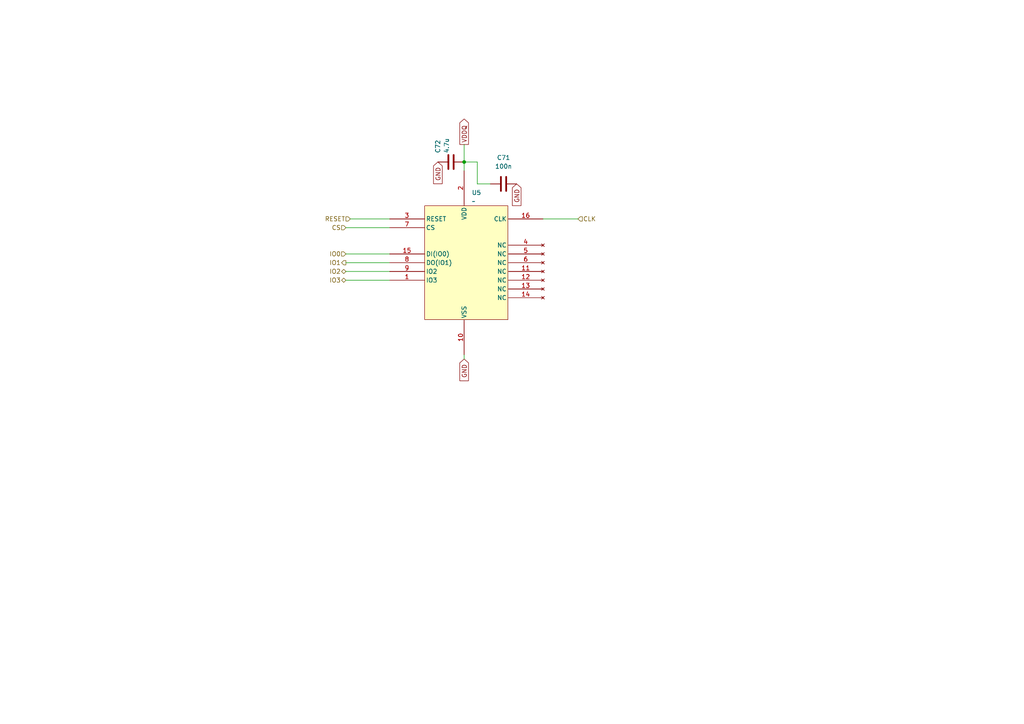
<source format=kicad_sch>
(kicad_sch
	(version 20231120)
	(generator "eeschema")
	(generator_version "8.0")
	(uuid "733b96a6-688f-47e3-88a8-0b94bca78e64")
	(paper "A4")
	(lib_symbols
		(symbol "Device:C"
			(pin_numbers hide)
			(pin_names
				(offset 0.254)
			)
			(exclude_from_sim no)
			(in_bom yes)
			(on_board yes)
			(property "Reference" "C"
				(at 0.635 2.54 0)
				(effects
					(font
						(size 1.27 1.27)
					)
					(justify left)
				)
			)
			(property "Value" "C"
				(at 0.635 -2.54 0)
				(effects
					(font
						(size 1.27 1.27)
					)
					(justify left)
				)
			)
			(property "Footprint" ""
				(at 0.9652 -3.81 0)
				(effects
					(font
						(size 1.27 1.27)
					)
					(hide yes)
				)
			)
			(property "Datasheet" "~"
				(at 0 0 0)
				(effects
					(font
						(size 1.27 1.27)
					)
					(hide yes)
				)
			)
			(property "Description" "Unpolarized capacitor"
				(at 0 0 0)
				(effects
					(font
						(size 1.27 1.27)
					)
					(hide yes)
				)
			)
			(property "ki_keywords" "cap capacitor"
				(at 0 0 0)
				(effects
					(font
						(size 1.27 1.27)
					)
					(hide yes)
				)
			)
			(property "ki_fp_filters" "C_*"
				(at 0 0 0)
				(effects
					(font
						(size 1.27 1.27)
					)
					(hide yes)
				)
			)
			(symbol "C_0_1"
				(polyline
					(pts
						(xy -2.032 -0.762) (xy 2.032 -0.762)
					)
					(stroke
						(width 0.508)
						(type default)
					)
					(fill
						(type none)
					)
				)
				(polyline
					(pts
						(xy -2.032 0.762) (xy 2.032 0.762)
					)
					(stroke
						(width 0.508)
						(type default)
					)
					(fill
						(type none)
					)
				)
			)
			(symbol "C_1_1"
				(pin passive line
					(at 0 3.81 270)
					(length 2.794)
					(name "~"
						(effects
							(font
								(size 1.27 1.27)
							)
						)
					)
					(number "1"
						(effects
							(font
								(size 1.27 1.27)
							)
						)
					)
				)
				(pin passive line
					(at 0 -3.81 90)
					(length 2.794)
					(name "~"
						(effects
							(font
								(size 1.27 1.27)
							)
						)
					)
					(number "2"
						(effects
							(font
								(size 1.27 1.27)
							)
						)
					)
				)
			)
		)
		(symbol "Flash_W25M512JVFIQ TR:W25M512JVFIQ_TR"
			(exclude_from_sim no)
			(in_bom yes)
			(on_board yes)
			(property "Reference" "U"
				(at 13.97 -1.27 0)
				(effects
					(font
						(size 1.27 1.27)
					)
				)
			)
			(property "Value" ""
				(at 13.97 -3.81 0)
				(effects
					(font
						(size 1.27 1.27)
					)
				)
			)
			(property "Footprint" ""
				(at 13.97 -3.81 0)
				(effects
					(font
						(size 1.27 1.27)
					)
					(hide yes)
				)
			)
			(property "Datasheet" ""
				(at 13.97 -3.81 0)
				(effects
					(font
						(size 1.27 1.27)
					)
					(hide yes)
				)
			)
			(property "Description" ""
				(at 13.97 -3.81 0)
				(effects
					(font
						(size 1.27 1.27)
					)
					(hide yes)
				)
			)
			(symbol "W25M512JVFIQ_TR_1_1"
				(rectangle
					(start -11.43 16.51)
					(end 12.7 -16.51)
					(stroke
						(width 0)
						(type default)
					)
					(fill
						(type background)
					)
				)
				(pin input line
					(at -21.59 -5.08 0)
					(length 10)
					(name "IO3"
						(effects
							(font
								(size 1.27 1.27)
							)
						)
					)
					(number "1"
						(effects
							(font
								(size 1.27 1.27)
							)
						)
					)
				)
				(pin passive line
					(at 0 -26.67 90)
					(length 10)
					(name "VSS"
						(effects
							(font
								(size 1.27 1.27)
							)
						)
					)
					(number "10"
						(effects
							(font
								(size 1.27 1.27)
							)
						)
					)
				)
				(pin no_connect line
					(at 22.86 -2.54 180)
					(length 10)
					(name "NC"
						(effects
							(font
								(size 1.27 1.27)
							)
						)
					)
					(number "11"
						(effects
							(font
								(size 1.27 1.27)
							)
						)
					)
				)
				(pin no_connect line
					(at 22.86 -5.08 180)
					(length 10)
					(name "NC"
						(effects
							(font
								(size 1.27 1.27)
							)
						)
					)
					(number "12"
						(effects
							(font
								(size 1.27 1.27)
							)
						)
					)
				)
				(pin no_connect line
					(at 22.86 -7.62 180)
					(length 10)
					(name "NC"
						(effects
							(font
								(size 1.27 1.27)
							)
						)
					)
					(number "13"
						(effects
							(font
								(size 1.27 1.27)
							)
						)
					)
				)
				(pin no_connect line
					(at 22.86 -10.16 180)
					(length 10)
					(name "NC"
						(effects
							(font
								(size 1.27 1.27)
							)
						)
					)
					(number "14"
						(effects
							(font
								(size 1.27 1.27)
							)
						)
					)
				)
				(pin input line
					(at -21.59 2.54 0)
					(length 10)
					(name "DI(IO0)"
						(effects
							(font
								(size 1.27 1.27)
							)
						)
					)
					(number "15"
						(effects
							(font
								(size 1.27 1.27)
							)
						)
					)
				)
				(pin passive line
					(at 22.86 12.7 180)
					(length 10)
					(name "CLK"
						(effects
							(font
								(size 1.27 1.27)
							)
						)
					)
					(number "16"
						(effects
							(font
								(size 1.27 1.27)
							)
						)
					)
				)
				(pin input line
					(at 0 26.67 270)
					(length 10)
					(name "VDD"
						(effects
							(font
								(size 1.27 1.27)
							)
						)
					)
					(number "2"
						(effects
							(font
								(size 1.27 1.27)
							)
						)
					)
				)
				(pin input line
					(at -21.59 12.7 0)
					(length 10)
					(name "RESET"
						(effects
							(font
								(size 1.27 1.27)
							)
						)
					)
					(number "3"
						(effects
							(font
								(size 1.27 1.27)
							)
						)
					)
				)
				(pin no_connect line
					(at 22.86 5.08 180)
					(length 10)
					(name "NC"
						(effects
							(font
								(size 1.27 1.27)
							)
						)
					)
					(number "4"
						(effects
							(font
								(size 1.27 1.27)
							)
						)
					)
				)
				(pin no_connect line
					(at 22.86 2.54 180)
					(length 10)
					(name "NC"
						(effects
							(font
								(size 1.27 1.27)
							)
						)
					)
					(number "5"
						(effects
							(font
								(size 1.27 1.27)
							)
						)
					)
				)
				(pin no_connect line
					(at 22.86 0 180)
					(length 10)
					(name "NC"
						(effects
							(font
								(size 1.27 1.27)
							)
						)
					)
					(number "6"
						(effects
							(font
								(size 1.27 1.27)
							)
						)
					)
				)
				(pin input line
					(at -21.59 10.16 0)
					(length 10)
					(name "CS"
						(effects
							(font
								(size 1.27 1.27)
							)
						)
					)
					(number "7"
						(effects
							(font
								(size 1.27 1.27)
							)
						)
					)
				)
				(pin output line
					(at -21.59 0 0)
					(length 10)
					(name "DO(IO1)"
						(effects
							(font
								(size 1.27 1.27)
							)
						)
					)
					(number "8"
						(effects
							(font
								(size 1.27 1.27)
							)
						)
					)
				)
				(pin bidirectional line
					(at -21.59 -2.54 0)
					(length 10)
					(name "IO2"
						(effects
							(font
								(size 1.27 1.27)
							)
						)
					)
					(number "9"
						(effects
							(font
								(size 1.27 1.27)
							)
						)
					)
				)
			)
		)
	)
	(junction
		(at 134.62 46.99)
		(diameter 0)
		(color 0 0 0 0)
		(uuid "5f86acbc-2132-4c41-98e4-54c25010b24d")
	)
	(wire
		(pts
			(xy 138.43 46.99) (xy 134.62 46.99)
		)
		(stroke
			(width 0)
			(type default)
		)
		(uuid "31435b10-e86c-42f8-8a03-f3c0b5ea56ad")
	)
	(wire
		(pts
			(xy 134.62 41.91) (xy 134.62 46.99)
		)
		(stroke
			(width 0)
			(type default)
		)
		(uuid "6f9a9d63-2502-49a1-9dd4-1b700045d3e8")
	)
	(wire
		(pts
			(xy 134.62 104.14) (xy 134.62 102.87)
		)
		(stroke
			(width 0)
			(type default)
		)
		(uuid "715517ac-dac2-435a-b5c1-90f9bfc749e0")
	)
	(wire
		(pts
			(xy 142.24 53.34) (xy 138.43 53.34)
		)
		(stroke
			(width 0)
			(type default)
		)
		(uuid "a51612f0-7ae8-4082-acc2-a5f3f5264fc0")
	)
	(wire
		(pts
			(xy 100.33 73.66) (xy 113.03 73.66)
		)
		(stroke
			(width 0)
			(type default)
		)
		(uuid "accdde6b-ab92-482b-a8a7-f6903eab2a68")
	)
	(wire
		(pts
			(xy 138.43 53.34) (xy 138.43 46.99)
		)
		(stroke
			(width 0)
			(type default)
		)
		(uuid "addc82f1-57a9-4b67-8d0a-85335f8ee89b")
	)
	(wire
		(pts
			(xy 100.33 66.04) (xy 113.03 66.04)
		)
		(stroke
			(width 0)
			(type default)
		)
		(uuid "b29fa225-e030-4e1a-af2a-dff84a8a5136")
	)
	(wire
		(pts
			(xy 100.33 76.2) (xy 113.03 76.2)
		)
		(stroke
			(width 0)
			(type default)
		)
		(uuid "da44989a-bbf6-4018-ae15-aa90a1a650f6")
	)
	(wire
		(pts
			(xy 100.33 81.28) (xy 113.03 81.28)
		)
		(stroke
			(width 0)
			(type default)
		)
		(uuid "dcd073f6-b1fd-4149-bc24-3064e5c5cced")
	)
	(wire
		(pts
			(xy 157.48 63.5) (xy 167.64 63.5)
		)
		(stroke
			(width 0)
			(type default)
		)
		(uuid "ded2bfca-b37c-45e5-824e-bdb95029c361")
	)
	(wire
		(pts
			(xy 100.33 78.74) (xy 113.03 78.74)
		)
		(stroke
			(width 0)
			(type default)
		)
		(uuid "e8b18d6f-6973-4fe7-89c7-421823cb022d")
	)
	(wire
		(pts
			(xy 134.62 46.99) (xy 134.62 49.53)
		)
		(stroke
			(width 0)
			(type default)
		)
		(uuid "e9216581-e4bf-4b2a-bd80-ebf40b1907d4")
	)
	(wire
		(pts
			(xy 101.6 63.5) (xy 113.03 63.5)
		)
		(stroke
			(width 0)
			(type default)
		)
		(uuid "ee8ffd9b-e155-45b0-bda0-c646a36709e7")
	)
	(global_label "GND"
		(shape input)
		(at 149.86 53.34 270)
		(fields_autoplaced yes)
		(effects
			(font
				(size 1.27 1.27)
			)
			(justify right)
		)
		(uuid "24813722-7baf-4043-a869-54c22a35735d")
		(property "Intersheetrefs" "${INTERSHEET_REFS}"
			(at 149.86 60.1957 90)
			(effects
				(font
					(size 1.27 1.27)
				)
				(justify right)
				(hide yes)
			)
		)
	)
	(global_label "VDDQ"
		(shape output)
		(at 134.62 41.91 90)
		(fields_autoplaced yes)
		(effects
			(font
				(size 1.27 1.27)
			)
			(justify left)
		)
		(uuid "5dfc1d89-765e-4205-9f75-526018c5c76d")
		(property "Intersheetrefs" "${INTERSHEET_REFS}"
			(at 134.62 33.9657 90)
			(effects
				(font
					(size 1.27 1.27)
				)
				(justify left)
				(hide yes)
			)
		)
	)
	(global_label "GND"
		(shape input)
		(at 134.62 104.14 270)
		(fields_autoplaced yes)
		(effects
			(font
				(size 1.27 1.27)
			)
			(justify right)
		)
		(uuid "d13b1035-ad5d-44ad-8815-98f9ade5877b")
		(property "Intersheetrefs" "${INTERSHEET_REFS}"
			(at 134.62 110.9957 90)
			(effects
				(font
					(size 1.27 1.27)
				)
				(justify right)
				(hide yes)
			)
		)
	)
	(global_label "GND"
		(shape input)
		(at 127 46.99 270)
		(fields_autoplaced yes)
		(effects
			(font
				(size 1.27 1.27)
			)
			(justify right)
		)
		(uuid "d1a803ef-996d-4757-8758-0e40d5432e91")
		(property "Intersheetrefs" "${INTERSHEET_REFS}"
			(at 127 53.8457 90)
			(effects
				(font
					(size 1.27 1.27)
				)
				(justify right)
				(hide yes)
			)
		)
	)
	(hierarchical_label "IO1"
		(shape output)
		(at 100.33 76.2 180)
		(effects
			(font
				(size 1.27 1.27)
			)
			(justify right)
		)
		(uuid "07c0efd9-c552-4b9a-a3ed-cc90ec90853a")
	)
	(hierarchical_label "IO3"
		(shape bidirectional)
		(at 100.33 81.28 180)
		(effects
			(font
				(size 1.27 1.27)
			)
			(justify right)
		)
		(uuid "13082313-c64a-4080-9685-7978c7ef5a55")
	)
	(hierarchical_label "IO0"
		(shape input)
		(at 100.33 73.66 180)
		(effects
			(font
				(size 1.27 1.27)
			)
			(justify right)
		)
		(uuid "178b2a97-2904-4015-83a6-a00cd209c34c")
	)
	(hierarchical_label "CLK"
		(shape input)
		(at 167.64 63.5 0)
		(effects
			(font
				(size 1.27 1.27)
			)
			(justify left)
		)
		(uuid "283fbb84-7f56-44e6-bea6-b565e51aff81")
	)
	(hierarchical_label "IO2"
		(shape bidirectional)
		(at 100.33 78.74 180)
		(effects
			(font
				(size 1.27 1.27)
			)
			(justify right)
		)
		(uuid "835e5c9c-4632-41b4-ae70-16be8551210d")
	)
	(hierarchical_label "CS"
		(shape input)
		(at 100.33 66.04 180)
		(effects
			(font
				(size 1.27 1.27)
			)
			(justify right)
		)
		(uuid "93331a28-05e7-4ada-afff-7bbb077cafd6")
	)
	(hierarchical_label "RESET"
		(shape input)
		(at 101.6 63.5 180)
		(effects
			(font
				(size 1.27 1.27)
			)
			(justify right)
		)
		(uuid "935582cf-2b85-4279-bd49-49050f0033db")
	)
	(symbol
		(lib_id "Device:C")
		(at 146.05 53.34 90)
		(unit 1)
		(exclude_from_sim no)
		(in_bom yes)
		(on_board yes)
		(dnp no)
		(fields_autoplaced yes)
		(uuid "445450e1-629c-40de-8f11-32fc7c9a76e0")
		(property "Reference" "C71"
			(at 146.05 45.72 90)
			(effects
				(font
					(size 1.27 1.27)
				)
			)
		)
		(property "Value" "100n"
			(at 146.05 48.26 90)
			(effects
				(font
					(size 1.27 1.27)
				)
			)
		)
		(property "Footprint" "Capacitor_SMD:C_0402_1005Metric"
			(at 149.86 52.3748 0)
			(effects
				(font
					(size 1.27 1.27)
				)
				(hide yes)
			)
		)
		(property "Datasheet" "CC0402KRX7R7BB104"
			(at 146.05 53.34 0)
			(effects
				(font
					(size 1.27 1.27)
				)
				(hide yes)
			)
		)
		(property "Description" "Unpolarized capacitor"
			(at 146.05 53.34 0)
			(effects
				(font
					(size 1.27 1.27)
				)
				(hide yes)
			)
		)
		(pin "1"
			(uuid "5465f3a2-74a5-4b3d-8143-9c57aa011066")
		)
		(pin "2"
			(uuid "244987a7-3ff3-4987-990c-ff2edf4afd1e")
		)
		(instances
			(project "StartTech_SCREEN"
				(path "/18982cba-45a4-4a1f-afcf-06651f5aae5f/00792736-dbe8-4f2d-adb9-9302aa525b18"
					(reference "C71")
					(unit 1)
				)
			)
		)
	)
	(symbol
		(lib_id "Flash_W25M512JVFIQ TR:W25M512JVFIQ_TR")
		(at 134.62 76.2 0)
		(unit 1)
		(exclude_from_sim no)
		(in_bom yes)
		(on_board yes)
		(dnp no)
		(fields_autoplaced yes)
		(uuid "beab3d91-6bf8-4cd3-8cfd-69311fe3ba87")
		(property "Reference" "U5"
			(at 136.8141 55.88 0)
			(effects
				(font
					(size 1.27 1.27)
				)
				(justify left)
			)
		)
		(property "Value" "~"
			(at 136.8141 58.42 0)
			(effects
				(font
					(size 1.27 1.27)
				)
				(justify left)
			)
		)
		(property "Footprint" "Library:W25M512JVFIQ"
			(at 148.59 80.01 0)
			(effects
				(font
					(size 1.27 1.27)
				)
				(hide yes)
			)
		)
		(property "Datasheet" ""
			(at 148.59 80.01 0)
			(effects
				(font
					(size 1.27 1.27)
				)
				(hide yes)
			)
		)
		(property "Description" ""
			(at 148.59 80.01 0)
			(effects
				(font
					(size 1.27 1.27)
				)
				(hide yes)
			)
		)
		(pin "13"
			(uuid "e83c32c6-f26a-45d2-b687-7b7e326ed48e")
		)
		(pin "5"
			(uuid "3e02fa85-186f-40b1-89f4-81e254f77046")
		)
		(pin "7"
			(uuid "b7bf80c3-412c-4825-94d0-e2ec2b383bab")
		)
		(pin "4"
			(uuid "1698c8ba-2e06-44b3-8f23-e0b313bdd7f7")
		)
		(pin "12"
			(uuid "e6f245b0-0eea-42e8-a600-1226b42ef385")
		)
		(pin "6"
			(uuid "4ffb8d19-1a21-4627-ac48-f360dc8a6c71")
		)
		(pin "1"
			(uuid "0891a580-0fdb-44c8-8923-261c8a1c1084")
		)
		(pin "8"
			(uuid "545cb5cd-2503-4ed6-98a4-715eb2076e40")
		)
		(pin "14"
			(uuid "2cd5f8e8-1683-42b2-b797-5d56ce2d4596")
		)
		(pin "15"
			(uuid "59875c5a-6015-471d-9ac3-e05934a43ec6")
		)
		(pin "10"
			(uuid "d090a202-3e0c-494e-8168-b0b37f1f83df")
		)
		(pin "16"
			(uuid "55b4c983-7147-4aaf-a98e-1ab32ca9e566")
		)
		(pin "2"
			(uuid "34fdb920-99c0-4814-8bd6-ead82e64037b")
		)
		(pin "11"
			(uuid "38f5aa4a-094e-4f95-8902-2772acca3e85")
		)
		(pin "9"
			(uuid "55e8a97c-f9db-4b40-abb0-88d6ce10f3e7")
		)
		(pin "3"
			(uuid "c412e767-6883-435e-bb91-b9caf12ccb88")
		)
		(instances
			(project ""
				(path "/18982cba-45a4-4a1f-afcf-06651f5aae5f/00792736-dbe8-4f2d-adb9-9302aa525b18"
					(reference "U5")
					(unit 1)
				)
			)
		)
	)
	(symbol
		(lib_id "Device:C")
		(at 130.81 46.99 90)
		(unit 1)
		(exclude_from_sim no)
		(in_bom yes)
		(on_board yes)
		(dnp no)
		(uuid "c74a3cae-0c13-406c-acba-ce96e9219280")
		(property "Reference" "C72"
			(at 126.9999 44.45 0)
			(effects
				(font
					(size 1.27 1.27)
				)
				(justify left)
			)
		)
		(property "Value" "4.7u"
			(at 129.5399 44.45 0)
			(effects
				(font
					(size 1.27 1.27)
				)
				(justify left)
			)
		)
		(property "Footprint" "Capacitor_SMD:C_0603_1608Metric"
			(at 134.62 46.0248 0)
			(effects
				(font
					(size 1.27 1.27)
				)
				(hide yes)
			)
		)
		(property "Datasheet" "CL10A475KP8NNNC"
			(at 130.81 46.99 0)
			(effects
				(font
					(size 1.27 1.27)
				)
				(hide yes)
			)
		)
		(property "Description" "Unpolarized capacitor"
			(at 130.81 46.99 0)
			(effects
				(font
					(size 1.27 1.27)
				)
				(hide yes)
			)
		)
		(pin "1"
			(uuid "1944fd13-8b34-45bd-8d8d-89498dffba6c")
		)
		(pin "2"
			(uuid "af4cd5ee-33f7-4d33-abef-3102055d12f6")
		)
		(instances
			(project "StartTech_SCREEN"
				(path "/18982cba-45a4-4a1f-afcf-06651f5aae5f/00792736-dbe8-4f2d-adb9-9302aa525b18"
					(reference "C72")
					(unit 1)
				)
			)
		)
	)
)

</source>
